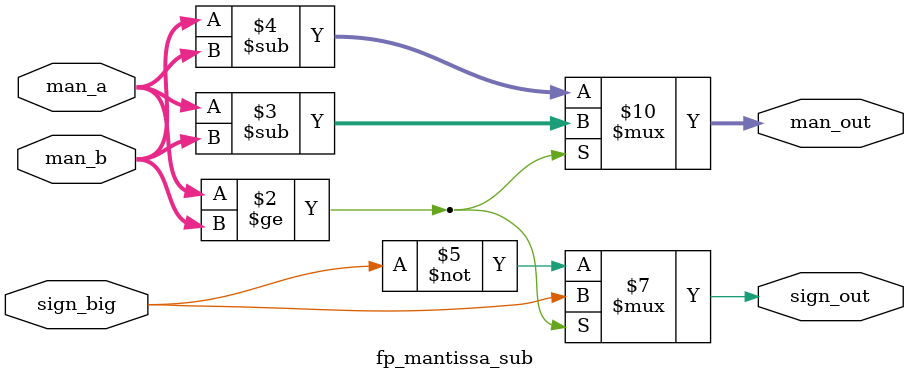
<source format=v>
module fp_mantissa_sub (
    input  [23:0] man_a,
    input  [23:0] man_b,
    input  sign_big,
    output reg [23:0] man_out,
    output reg sign_out
);

always @(*) begin
    if (man_a >= man_b) begin
        man_out  = man_a - man_b;
        sign_out = sign_big;
    end else begin
        man_out  = man_b - man_a;
        sign_out = ~sign_big;
    end
end

endmodule

</source>
